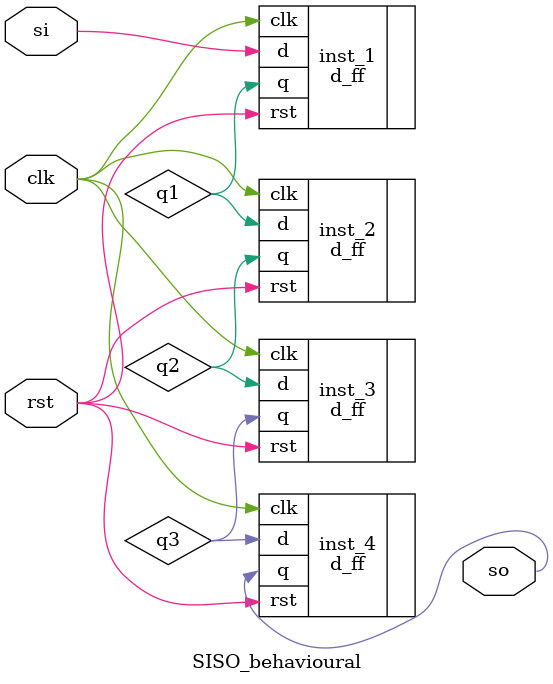
<source format=v>
`timescale 1ns / 1ps

module SISO_behavioural( // 4 bit 
        input si,// serial in 
        input clk,rst,
        output so
            );
      wire q1,q2,q3;
      d_ff inst_1(.clk(clk),.rst(rst),.d(si),.q(q1));      
      d_ff inst_2(.clk(clk),.rst(rst),.d(q1),.q(q2));      
      d_ff inst_3(.clk(clk),.rst(rst),.d(q2),.q(q3));      
      d_ff inst_4(.clk(clk),.rst(rst),.d(q3),.q(so));      
endmodule

</source>
